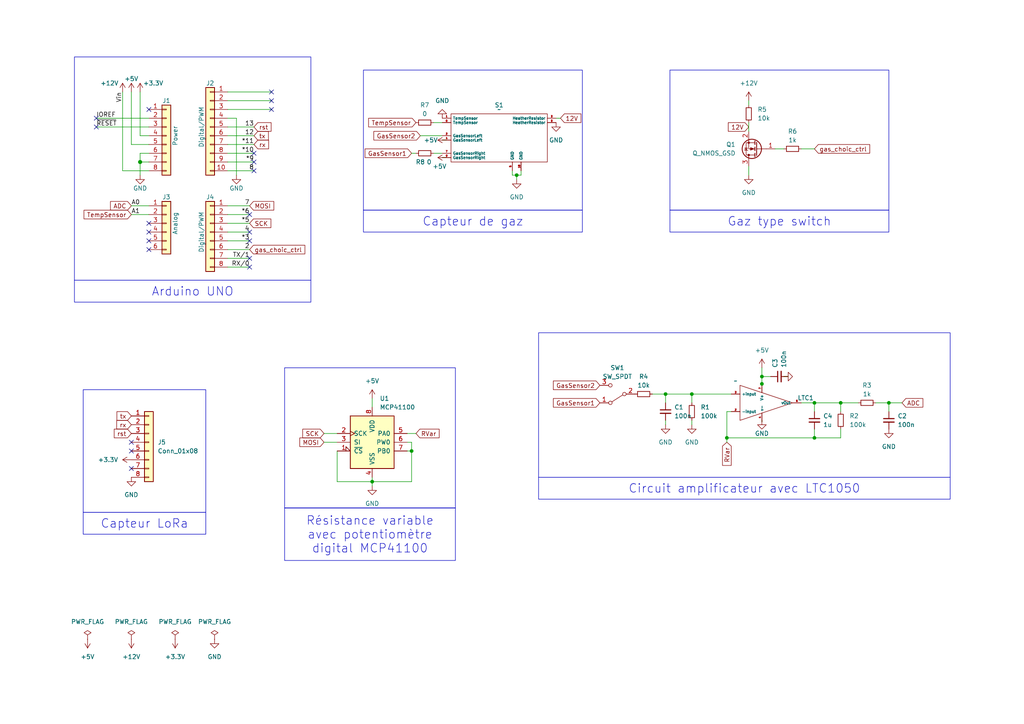
<source format=kicad_sch>
(kicad_sch (version 20230121) (generator eeschema)
  (paper "A4")
  (title_block (title "Kenza Bouzergan, Stig Griebenow, Lamiaa Housni Gas Sensor") (date "2024-01-25") (company "INSA Toulouse"))
  (lib_symbols
    (symbol "+5V_1" (power) (pin_names (offset 0))
      (property "Value" "+5V_1" (at 0 3.556 0))
      (symbol "+5V_1_0_1"
        (polyline (pts (xy -0.762 1.27) (xy 0 2.54)))
        (polyline (pts (xy 0 0) (xy 0 2.54)))
        (polyline (pts (xy 0 2.54) (xy 0.762 1.27)))
      )
      (symbol "+5V_1_1_1"
        (pin power_in line (at 0 0 90) (length 0) hide (name "+5V") (number "1"))
      )
    )
    (symbol "+5V_2" (power) (pin_names (offset 0))
      (property "Value" "+5V_2" (at 0 3.556 0))
      (symbol "+5V_2_0_1"
        (polyline (pts (xy -0.762 1.27) (xy 0 2.54)))
        (polyline (pts (xy 0 0) (xy 0 2.54)))
        (polyline (pts (xy 0 2.54) (xy 0.762 1.27)))
      )
      (symbol "+5V_2_1_1"
        (pin power_in line (at 0 0 90) (length 0) hide (name "+5V") (number "1"))
      )
    )
    (symbol "Connector_Generic:Conn_01x06" (pin_names (offset 1.016) hide)
      (property "Reference" "J" (at 0 7.62 0))
      (property "Value" "Conn_01x06" (at 0 -10.16 0))
      (symbol "Conn_01x06_1_1"
        (rectangle (start -1.27 -7.493) (end 0 -7.747) (stroke (width 0.1524)))
        (rectangle (start -1.27 -4.953) (end 0 -5.207) (stroke (width 0.1524)))
        (rectangle (start -1.27 -2.413) (end 0 -2.667) (stroke (width 0.1524)))
        (rectangle (start -1.27 0.127) (end 0 -0.127) (stroke (width 0.1524)))
        (rectangle (start -1.27 2.667) (end 0 2.413) (stroke (width 0.1524)))
        (rectangle (start -1.27 5.207) (end 0 4.953) (stroke (width 0.1524)))
        (rectangle (start -1.27 6.35) (end 1.27 -8.89) (stroke (width 0.254)) (fill (type background)))
        (pin passive line (at -5.08 5.08 0) (length 3.81) (name "Pin_1") (number "1"))
        (pin passive line (at -5.08 2.54 0) (length 3.81) (name "Pin_2") (number "2"))
        (pin passive line (at -5.08 0 0) (length 3.81) (name "Pin_3") (number "3"))
        (pin passive line (at -5.08 -2.54 0) (length 3.81) (name "Pin_4") (number "4"))
        (pin passive line (at -5.08 -5.08 0) (length 3.81) (name "Pin_5") (number "5"))
        (pin passive line (at -5.08 -7.62 0) (length 3.81) (name "Pin_6") (number "6"))
      )
    )
    (symbol "Connector_Generic:Conn_01x08" (pin_names (offset 1.016) hide)
      (property "Reference" "J" (at 0 10.16 0))
      (property "Value" "Conn_01x08" (at 0 -12.7 0))
      (symbol "Conn_01x08_1_1"
        (rectangle (start -1.27 -10.033) (end 0 -10.287) (stroke (width 0.1524)))
        (rectangle (start -1.27 -7.493) (end 0 -7.747) (stroke (width 0.1524)))
        (rectangle (start -1.27 -4.953) (end 0 -5.207) (stroke (width 0.1524)))
        (rectangle (start -1.27 -2.413) (end 0 -2.667) (stroke (width 0.1524)))
        (rectangle (start -1.27 0.127) (end 0 -0.127) (stroke (width 0.1524)))
        (rectangle (start -1.27 2.667) (end 0 2.413) (stroke (width 0.1524)))
        (rectangle (start -1.27 5.207) (end 0 4.953) (stroke (width 0.1524)))
        (rectangle (start -1.27 7.747) (end 0 7.493) (stroke (width 0.1524)))
        (rectangle (start -1.27 8.89) (end 1.27 -11.43) (stroke (width 0.254)) (fill (type background)))
        (pin passive line (at -5.08 7.62 0) (length 3.81) (name "Pin_1") (number "1"))
        (pin passive line (at -5.08 5.08 0) (length 3.81) (name "Pin_2") (number "2"))
        (pin passive line (at -5.08 2.54 0) (length 3.81) (name "Pin_3") (number "3"))
        (pin passive line (at -5.08 0 0) (length 3.81) (name "Pin_4") (number "4"))
        (pin passive line (at -5.08 -2.54 0) (length 3.81) (name "Pin_5") (number "5"))
        (pin passive line (at -5.08 -5.08 0) (length 3.81) (name "Pin_6") (number "6"))
        (pin passive line (at -5.08 -7.62 0) (length 3.81) (name "Pin_7") (number "7"))
        (pin passive line (at -5.08 -10.16 0) (length 3.81) (name "Pin_8") (number "8"))
      )
    )
    (symbol "Connector_Generic:Conn_01x10" (pin_names (offset 1.016) hide)
      (property "Reference" "J" (at 0 12.7 0))
      (property "Value" "Conn_01x10" (at 0 -15.24 0))
      (symbol "Conn_01x10_1_1"
        (rectangle (start -1.27 -12.573) (end 0 -12.827) (stroke (width 0.1524)))
        (rectangle (start -1.27 -10.033) (end 0 -10.287) (stroke (width 0.1524)))
        (rectangle (start -1.27 -7.493) (end 0 -7.747) (stroke (width 0.1524)))
        (rectangle (start -1.27 -4.953) (end 0 -5.207) (stroke (width 0.1524)))
        (rectangle (start -1.27 -2.413) (end 0 -2.667) (stroke (width 0.1524)))
        (rectangle (start -1.27 0.127) (end 0 -0.127) (stroke (width 0.1524)))
        (rectangle (start -1.27 2.667) (end 0 2.413) (stroke (width 0.1524)))
        (rectangle (start -1.27 5.207) (end 0 4.953) (stroke (width 0.1524)))
        (rectangle (start -1.27 7.747) (end 0 7.493) (stroke (width 0.1524)))
        (rectangle (start -1.27 10.287) (end 0 10.033) (stroke (width 0.1524)))
        (rectangle (start -1.27 11.43) (end 1.27 -13.97) (stroke (width 0.254)) (fill (type background)))
        (pin passive line (at -5.08 10.16 0) (length 3.81) (name "Pin_1") (number "1"))
        (pin passive line (at -5.08 -12.7 0) (length 3.81) (name "Pin_10") (number "10"))
        (pin passive line (at -5.08 7.62 0) (length 3.81) (name "Pin_2") (number "2"))
        (pin passive line (at -5.08 5.08 0) (length 3.81) (name "Pin_3") (number "3"))
        (pin passive line (at -5.08 2.54 0) (length 3.81) (name "Pin_4") (number "4"))
        (pin passive line (at -5.08 0 0) (length 3.81) (name "Pin_5") (number "5"))
        (pin passive line (at -5.08 -2.54 0) (length 3.81) (name "Pin_6") (number "6"))
        (pin passive line (at -5.08 -5.08 0) (length 3.81) (name "Pin_7") (number "7"))
        (pin passive line (at -5.08 -7.62 0) (length 3.81) (name "Pin_8") (number "8"))
        (pin passive line (at -5.08 -10.16 0) (length 3.81) (name "Pin_9") (number "9"))
      )
    )
    (symbol "Device:C_Small" (pin_numbers hide) (pin_names (offset 0.254) hide)
      (property "Reference" "C" (at 0.254 1.778 0))
      (property "Value" "C_Small" (at 0.254 -2.032 0))
      (symbol "C_Small_0_1"
        (polyline (pts (xy -1.524 -0.508) (xy 1.524 -0.508)) (stroke (width 0.3302)))
        (polyline (pts (xy -1.524 0.508) (xy 1.524 0.508)) (stroke (width 0.3048)))
      )
      (symbol "C_Small_1_1"
        (pin passive line (at 0 2.54 270) (length 2.032) (name "~") (number "1"))
        (pin passive line (at 0 -2.54 90) (length 2.032) (name "~") (number "2"))
      )
    )
    (symbol "Device:Q_NMOS_GSD" (pin_names (offset 0) hide)
      (property "Reference" "Q" (at 5.08 1.27 0))
      (property "Value" "Q_NMOS_GSD" (at 5.08 -1.27 0))
      (symbol "Q_NMOS_GSD_0_1"
        (polyline (pts (xy 0.254 0) (xy -2.54 0)))
        (polyline (pts (xy 0.254 1.905) (xy 0.254 -1.905)) (stroke (width 0.254)))
        (polyline (pts (xy 0.762 -1.27) (xy 0.762 -2.286)) (stroke (width 0.254)))
        (polyline (pts (xy 0.762 0.508) (xy 0.762 -0.508)) (stroke (width 0.254)))
        (polyline (pts (xy 0.762 2.286) (xy 0.762 1.27)) (stroke (width 0.254)))
        (polyline (pts (xy 2.54 2.54) (xy 2.54 1.778)))
        (polyline (pts (xy 2.54 -2.54) (xy 2.54 0) (xy 0.762 0)))
        (polyline (pts (xy 0.762 -1.778) (xy 3.302 -1.778) (xy 3.302 1.778) (xy 0.762 1.778)))
        (polyline (pts (xy 1.016 0) (xy 2.032 0.381) (xy 2.032 -0.381) (xy 1.016 0)) (fill (type outline)))
        (polyline (pts (xy 2.794 0.508) (xy 2.921 0.381) (xy 3.683 0.381) (xy 3.81 0.254)))
        (polyline (pts (xy 3.302 0.381) (xy 2.921 -0.254) (xy 3.683 -0.254) (xy 3.302 0.381)))
        (circle (center 1.651 0) (radius 2.794) (stroke (width 0.254)))
        (circle (center 2.54 -1.778) (radius 0.254) (fill (type outline)))
        (circle (center 2.54 1.778) (radius 0.254) (fill (type outline)))
      )
      (symbol "Q_NMOS_GSD_1_1"
        (pin input line (at -5.08 0 0) (length 2.54) (name "G") (number "1"))
        (pin passive line (at 2.54 -5.08 90) (length 2.54) (name "S") (number "2"))
        (pin passive line (at 2.54 5.08 270) (length 2.54) (name "D") (number "3"))
      )
    )
    (symbol "Device:R_Small" (pin_numbers hide) (pin_names (offset 0.254) hide)
      (property "Reference" "R" (at 0.762 0.508 0))
      (property "Value" "R_Small" (at 0.762 -1.016 0))
      (symbol "R_Small_0_1"
        (rectangle (start -0.762 1.778) (end 0.762 -1.778) (stroke (width 0.2032)))
      )
      (symbol "R_Small_1_1"
        (pin passive line (at 0 2.54 270) (length 0.762) (name "~") (number "1"))
        (pin passive line (at 0 -2.54 90) (length 0.762) (name "~") (number "2"))
      )
    )
    (symbol "GND_1" (power) (pin_names (offset 0))
      (property "Value" "GND_1" (at 0 -3.81 0))
      (symbol "GND_1_0_1"
        (polyline (pts (xy 0 0) (xy 0 -1.27) (xy 1.27 -1.27) (xy 0 -2.54) (xy -1.27 -1.27) (xy 0 -1.27)))
      )
      (symbol "GND_1_1_1"
        (pin power_in line (at 0 0 270) (length 0) hide (name "GND") (number "1"))
      )
    )
    (symbol "GND_10" (power) (pin_names (offset 0))
      (property "Value" "GND_10" (at 0 -3.81 0))
      (symbol "GND_10_0_1"
        (polyline (pts (xy 0 0) (xy 0 -1.27) (xy 1.27 -1.27) (xy 0 -2.54) (xy -1.27 -1.27) (xy 0 -1.27)))
      )
      (symbol "GND_10_1_1"
        (pin power_in line (at 0 0 270) (length 0) hide (name "GND") (number "1"))
      )
    )
    (symbol "GND_2" (power) (pin_names (offset 0))
      (property "Value" "GND_2" (at 0 -3.81 0))
      (symbol "GND_2_0_1"
        (polyline (pts (xy 0 0) (xy 0 -1.27) (xy 1.27 -1.27) (xy 0 -2.54) (xy -1.27 -1.27) (xy 0 -1.27)))
      )
      (symbol "GND_2_1_1"
        (pin power_in line (at 0 0 270) (length 0) hide (name "GND") (number "1"))
      )
    )
    (symbol "GND_3" (power) (pin_names (offset 0))
      (property "Value" "GND_3" (at 0 -3.81 0))
      (symbol "GND_3_0_1"
        (polyline (pts (xy 0 0) (xy 0 -1.27) (xy 1.27 -1.27) (xy 0 -2.54) (xy -1.27 -1.27) (xy 0 -1.27)))
      )
      (symbol "GND_3_1_1"
        (pin power_in line (at 0 0 270) (length 0) hide (name "GND") (number "1"))
      )
    )
    (symbol "GND_4" (power) (pin_names (offset 0))
      (property "Value" "GND_4" (at 0 -3.81 0))
      (symbol "GND_4_0_1"
        (polyline (pts (xy 0 0) (xy 0 -1.27) (xy 1.27 -1.27) (xy 0 -2.54) (xy -1.27 -1.27) (xy 0 -1.27)))
      )
      (symbol "GND_4_1_1"
        (pin power_in line (at 0 0 270) (length 0) hide (name "GND") (number "1"))
      )
    )
    (symbol "GND_5" (power) (pin_names (offset 0))
      (property "Value" "GND_5" (at 0 -3.81 0))
      (symbol "GND_5_0_1"
        (polyline (pts (xy 0 0) (xy 0 -1.27) (xy 1.27 -1.27) (xy 0 -2.54) (xy -1.27 -1.27) (xy 0 -1.27)))
      )
      (symbol "GND_5_1_1"
        (pin power_in line (at 0 0 270) (length 0) hide (name "GND") (number "1"))
      )
    )
    (symbol "GND_6" (power) (pin_names (offset 0))
      (property "Value" "GND_6" (at 0 -3.81 0))
      (symbol "GND_6_0_1"
        (polyline (pts (xy 0 0) (xy 0 -1.27) (xy 1.27 -1.27) (xy 0 -2.54) (xy -1.27 -1.27) (xy 0 -1.27)))
      )
      (symbol "GND_6_1_1"
        (pin power_in line (at 0 0 270) (length 0) hide (name "GND") (number "1"))
      )
    )
    (symbol "GND_7" (power) (pin_names (offset 0))
      (property "Value" "GND_7" (at 0 -3.81 0))
      (symbol "GND_7_0_1"
        (polyline (pts (xy 0 0) (xy 0 -1.27) (xy 1.27 -1.27) (xy 0 -2.54) (xy -1.27 -1.27) (xy 0 -1.27)))
      )
      (symbol "GND_7_1_1"
        (pin power_in line (at 0 0 270) (length 0) hide (name "GND") (number "1"))
      )
    )
    (symbol "GND_8" (power) (pin_names (offset 0))
      (property "Value" "GND_8" (at 0 -3.81 0))
      (symbol "GND_8_0_1"
        (polyline (pts (xy 0 0) (xy 0 -1.27) (xy 1.27 -1.27) (xy 0 -2.54) (xy -1.27 -1.27) (xy 0 -1.27)))
      )
      (symbol "GND_8_1_1"
        (pin power_in line (at 0 0 270) (length 0) hide (name "GND") (number "1"))
      )
    )
    (symbol "GND_9" (power) (pin_names (offset 0))
      (property "Value" "GND_9" (at 0 -3.81 0))
      (symbol "GND_9_0_1"
        (polyline (pts (xy 0 0) (xy 0 -1.27) (xy 1.27 -1.27) (xy 0 -2.54) (xy -1.27 -1.27) (xy 0 -1.27)))
      )
      (symbol "GND_9_1_1"
        (pin power_in line (at 0 0 270) (length 0) hide (name "GND") (number "1"))
      )
    )
    (symbol "LTC1050_1"
      (property "Reference" "LTC1050" (at -1.27 0 0))
      (symbol "LTC1050_1_0_1"
        (polyline (pts (xy 1.27 -1.27) (xy 1.27 -11.43) (xy 16.51 -6.35) (xy 1.27 -1.27)))
      )
      (symbol "LTC1050_1_1_1"
        (pin input line (at -1.27 -8.89 0) (length 2.54) (name "-input") (number "2"))
        (pin input line (at -1.27 -3.81 0) (length 2.54) (name "+input") (number "3"))
        (pin input line (at 7.62 -11.85 90) (length 2.54) (name "v-") (number "4"))
        (pin output line (at 19.05 -6.35 180) (length 2.54) (name "vOut") (number "6"))
        (pin input line (at 7.62 -0.85 270) (length 2.54) (name "V+") (number "7"))
      )
    )
    (symbol "Potentiometer_Digital:MCP41100" (pin_names (offset 1.016))
      (property "Reference" "U" (at -6.35 8.89 0))
      (property "Value" "MCP41100" (at 1.27 8.89 0))
      (symbol "MCP41100_0_1"
        (rectangle (start -6.35 7.62) (end 6.35 -7.62) (stroke (width 0.254)) (fill (type background)))
      )
      (symbol "MCP41100_1_1"
        (pin input input_low (at -10.16 -2.54 0) (length 3.81) (name "~{CS}") (number "1"))
        (pin passive clock (at -10.16 2.54 0) (length 3.81) (name "SCK") (number "2"))
        (pin input line (at -10.16 0 0) (length 3.81) (name "SI") (number "3"))
        (pin power_in line (at 0 -10.16 90) (length 2.54) (name "VSS") (number "4"))
        (pin passive line (at 10.16 2.54 180) (length 3.81) (name "PA0") (number "5"))
        (pin passive line (at 10.16 0 180) (length 3.81) (name "PW0") (number "6"))
        (pin passive line (at 10.16 -2.54 180) (length 3.81) (name "PB0") (number "7"))
        (pin power_in line (at 0 10.16 270) (length 2.54) (name "VDD") (number "8"))
      )
    )
    (symbol "Switch:SW_SPDT" (pin_names (offset 0) hide)
      (property "Reference" "SW" (at 0 4.318 0))
      (property "Value" "SW_SPDT" (at 0 -5.08 0))
      (symbol "SW_SPDT_0_0"
        (circle (center -2.032 0) (radius 0.508))
        (circle (center 2.032 -2.54) (radius 0.508))
      )
      (symbol "SW_SPDT_0_1"
        (polyline (pts (xy -1.524 0.254) (xy 1.651 2.286)))
        (circle (center 2.032 2.54) (radius 0.508))
      )
      (symbol "SW_SPDT_1_1"
        (pin passive line (at 5.08 2.54 180) (length 2.54) (name "A") (number "1"))
        (pin passive line (at -5.08 0 0) (length 2.54) (name "B") (number "2"))
        (pin passive line (at 5.08 -2.54 180) (length 2.54) (name "C") (number "3"))
      )
    )
    (symbol "my_library:sensor_AIME"
      (property "Reference" "S" (at 0 2.54 0))
      (symbol "sensor_AIME_0_1"
        (polyline (pts (xy 0 -1.27) (xy -13.97 -1.27) (xy -13.97 -15.24) (xy 13.97 -15.24) (xy 13.97 -1.27) (xy 0 -1.27)))
      )
      (symbol "sensor_AIME_1_1"
        (pin passive line (at -16.51 -2.54 0) (length 2.54) (name "TempSensor") (number "1"))
        (pin power_in line (at 6.35 -17.78 90) (length 2.54) (name "GND") (number "10"))
        (pin passive line (at -16.51 -7.62 0) (length 2.54) (name "GasSensorLeft") (number "2"))
        (pin passive line (at 16.51 -2.54 180) (length 2.54) (name "HeatherResistor") (number "3"))
        (pin passive line (at -16.51 -8.89 0) (length 2.54) (name "GasSensorLeft") (number "4"))
        (pin power_in line (at 3.81 -17.78 90) (length 2.54) (name "GND") (number "5"))
        (pin passive line (at -16.51 -3.81 0) (length 2.54) (name "TempSensor") (number "6"))
        (pin passive line (at -16.51 -12.7 0) (length 2.54) (name "GasSensorRight") (number "7"))
        (pin passive line (at 16.51 -3.81 180) (length 2.54) (name "HeatherResistor") (number "8"))
        (pin passive line (at -16.51 -13.97 0) (length 2.54) (name "GasSensorRight") (number "9"))
      )
    )
    (symbol "power:+12V" (power) (pin_names (offset 0))
      (property "Value" "+12V" (at 0 3.556 0))
      (symbol "+12V_0_1"
        (polyline (pts (xy -0.762 1.27) (xy 0 2.54)))
        (polyline (pts (xy 0 0) (xy 0 2.54)))
        (polyline (pts (xy 0 2.54) (xy 0.762 1.27)))
      )
      (symbol "+12V_1_1"
        (pin power_in line (at 0 0 90) (length 0) hide (name "+12V") (number "1"))
      )
    )
    (symbol "power:+3.3V" (power) (pin_names (offset 0))
      (property "Value" "+3.3V" (at 0 3.556 0))
      (symbol "+3.3V_0_1"
        (polyline (pts (xy -0.762 1.27) (xy 0 2.54)))
        (polyline (pts (xy 0 0) (xy 0 2.54)))
        (polyline (pts (xy 0 2.54) (xy 0.762 1.27)))
      )
      (symbol "+3.3V_1_1"
        (pin power_in line (at 0 0 90) (length 0) hide (name "+3.3V") (number "1"))
      )
    )
    (symbol "power:GND" (power) (pin_names (offset 0))
      (property "Value" "GND" (at 0 -3.81 0))
      (symbol "GND_0_1"
        (polyline (pts (xy 0 0) (xy 0 -1.27) (xy 1.27 -1.27) (xy 0 -2.54) (xy -1.27 -1.27) (xy 0 -1.27)))
      )
      (symbol "GND_1_1"
        (pin power_in line (at 0 0 270) (length 0) hide (name "GND") (number "1"))
      )
    )
    (symbol "power:PWR_FLAG" (power) (pin_numbers hide) (pin_names (offset 0) hide)
      (property "Value" "PWR_FLAG" (at 0 3.81 0))
      (symbol "PWR_FLAG_0_0"
        (pin power_out line (at 0 0 90) (length 0) (name "pwr") (number "1"))
      )
      (symbol "PWR_FLAG_0_1"
        (polyline (pts (xy 0 0) (xy 0 1.27) (xy -1.016 1.905) (xy 0 2.54) (xy 1.016 1.905) (xy 0 1.27)))
      )
    )
  )
  (junction (at 200.66 114.3))
  (junction (at 236.22 116.84))
  (junction (at 257.81 116.84))
  (junction (at 243.84 116.84))
  (junction (at 40.64 46.99) (diameter 1.016))
  (junction (at 107.95 139.7))
  (junction (at 220.98 111.34))
  (junction (at 119.38 130.81))
  (junction (at 149.86 50.8))
  (junction (at 236.22 127))
  (junction (at 193.04 114.3))
  (junction (at 220.98 109.22))
  (junction (at 210.82 127))
  (no_connect (at 43.18 64.77))
  (no_connect (at 43.18 72.39))
  (no_connect (at 43.18 67.31))
  (no_connect (at 73.66 46.99))
  (no_connect (at 27.94 36.83))
  (no_connect (at 78.74 29.21))
  (no_connect (at 78.74 31.75))
  (no_connect (at 72.39 69.85))
  (no_connect (at 38.1 128.27))
  (no_connect (at 38.1 135.89))
  (no_connect (at 73.66 49.53))
  (no_connect (at 72.39 74.93))
  (no_connect (at 72.39 62.23))
  (no_connect (at 72.39 77.47))
  (no_connect (at 38.1 130.81))
  (no_connect (at 43.18 69.85))
  (no_connect (at 27.94 34.29))
  (no_connect (at 73.66 44.45))
  (no_connect (at 43.18 31.75))
  (no_connect (at 78.74 26.67))
  (no_connect (at 72.39 67.31))
  (wire (pts (xy 66.04 77.47) (xy 72.39 77.47)))
  (wire (pts (xy 118.11 128.27) (xy 119.38 128.27)))
  (wire (pts (xy 149.86 50.8) (xy 149.86 52.07)))
  (wire (pts (xy 193.04 121.92) (xy 193.04 123.19)))
  (wire (pts (xy 66.04 44.45) (xy 73.66 44.45)))
  (wire (pts (xy 220.98 111.34) (xy 220.98 111.76)))
  (wire (pts (xy 66.04 26.67) (xy 78.74 26.67)))
  (wire (pts (xy 125.73 44.45) (xy 128.27 44.45)))
  (wire (pts (xy 66.04 59.69) (xy 72.39 59.69)))
  (wire (pts (xy 40.64 44.45) (xy 40.64 46.99)))
  (wire (pts (xy 210.82 127) (xy 236.22 127)))
  (wire (pts (xy 97.79 130.81) (xy 97.79 139.7)))
  (wire (pts (xy 129.54 45.72) (xy 128.27 45.72)))
  (wire (pts (xy 254 116.84) (xy 257.81 116.84)))
  (wire (pts (xy 243.84 116.84) (xy 248.92 116.84)))
  (wire (pts (xy 118.11 125.73) (xy 120.65 125.73)))
  (wire (pts (xy 121.92 39.37) (xy 128.27 39.37)))
  (wire (pts (xy 120.65 44.45) (xy 119.38 44.45)))
  (wire (pts (xy 66.04 64.77) (xy 72.39 64.77)))
  (wire (pts (xy 40.64 46.99) (xy 40.64 50.8)))
  (wire (pts (xy 236.22 124.46) (xy 236.22 127)))
  (wire (pts (xy 40.64 39.37) (xy 43.18 39.37)))
  (wire (pts (xy 220.98 106.68) (xy 220.98 109.22)))
  (wire (pts (xy 200.66 121.92) (xy 200.66 123.19)))
  (wire (pts (xy 38.1 41.91) (xy 43.18 41.91)))
  (wire (pts (xy 210.82 127) (xy 210.82 119.38)))
  (wire (pts (xy 38.1 26.67) (xy 38.1 41.91)))
  (wire (pts (xy 257.81 116.84) (xy 261.62 116.84)))
  (wire (pts (xy 66.04 36.83) (xy 73.66 36.83)))
  (wire (pts (xy 93.98 125.73) (xy 97.79 125.73)))
  (wire (pts (xy 40.64 26.67) (xy 40.64 39.37)))
  (wire (pts (xy 224.79 43.18) (xy 227.33 43.18)))
  (wire (pts (xy 43.18 59.69) (xy 38.1 59.69)))
  (wire (pts (xy 66.04 39.37) (xy 73.66 39.37)))
  (wire (pts (xy 66.04 62.23) (xy 72.39 62.23)))
  (wire (pts (xy 232.41 116.84) (xy 236.22 116.84)))
  (wire (pts (xy 193.04 114.3) (xy 200.66 114.3)))
  (wire (pts (xy 149.86 50.8) (xy 151.13 50.8)))
  (wire (pts (xy 107.95 138.43) (xy 107.95 139.7)))
  (wire (pts (xy 243.84 124.46) (xy 243.84 127)))
  (wire (pts (xy 66.04 46.99) (xy 73.66 46.99)))
  (wire (pts (xy 129.54 40.64) (xy 128.27 40.64)))
  (wire (pts (xy 107.95 139.7) (xy 107.95 140.97)))
  (wire (pts (xy 66.04 67.31) (xy 72.39 67.31)))
  (wire (pts (xy 93.98 128.27) (xy 97.79 128.27)))
  (wire (pts (xy 27.94 34.29) (xy 43.18 34.29)))
  (wire (pts (xy 227.33 109.22) (xy 228.6 109.22)))
  (wire (pts (xy 162.56 34.29) (xy 161.29 34.29)))
  (wire (pts (xy 68.58 34.29) (xy 68.58 50.8)))
  (wire (pts (xy 148.59 50.8) (xy 149.86 50.8)))
  (wire (pts (xy 119.38 128.27) (xy 119.38 130.81)))
  (wire (pts (xy 66.04 31.75) (xy 78.74 31.75)))
  (wire (pts (xy 27.94 36.83) (xy 43.18 36.83)))
  (wire (pts (xy 210.82 128.27) (xy 210.82 127)))
  (wire (pts (xy 119.38 139.7) (xy 107.95 139.7)))
  (wire (pts (xy 43.18 46.99) (xy 40.64 46.99)))
  (wire (pts (xy 243.84 116.84) (xy 243.84 119.38)))
  (wire (pts (xy 107.95 115.57) (xy 107.95 118.11)))
  (wire (pts (xy 220.98 109.22) (xy 220.98 111.34)))
  (wire (pts (xy 119.38 130.81) (xy 119.38 139.7)))
  (wire (pts (xy 43.18 49.53) (xy 35.56 49.53)))
  (wire (pts (xy 38.1 62.23) (xy 43.18 62.23)))
  (wire (pts (xy 236.22 127) (xy 243.84 127)))
  (wire (pts (xy 148.59 49.53) (xy 148.59 50.8)))
  (wire (pts (xy 232.41 43.18) (xy 236.22 43.18)))
  (wire (pts (xy 257.81 116.84) (xy 257.81 119.38)))
  (wire (pts (xy 193.04 114.3) (xy 193.04 116.84)))
  (wire (pts (xy 220.98 109.22) (xy 223.52 109.22)))
  (wire (pts (xy 66.04 34.29) (xy 68.58 34.29)))
  (wire (pts (xy 43.18 44.45) (xy 40.64 44.45)))
  (wire (pts (xy 220.98 122.34) (xy 220.98 121.92)))
  (wire (pts (xy 66.04 41.91) (xy 73.66 41.91)))
  (wire (pts (xy 151.13 49.53) (xy 151.13 50.8)))
  (wire (pts (xy 236.22 116.84) (xy 243.84 116.84)))
  (wire (pts (xy 119.38 130.81) (xy 118.11 130.81)))
  (wire (pts (xy 236.22 116.84) (xy 236.22 119.38)))
  (wire (pts (xy 212.09 114.3) (xy 200.66 114.3)))
  (wire (pts (xy 217.17 29.21) (xy 217.17 30.48)))
  (wire (pts (xy 66.04 29.21) (xy 78.74 29.21)))
  (wire (pts (xy 210.82 119.38) (xy 212.09 119.38)))
  (wire (pts (xy 66.04 72.39) (xy 72.39 72.39)))
  (wire (pts (xy 66.04 69.85) (xy 72.39 69.85)))
  (wire (pts (xy 217.17 48.26) (xy 217.17 50.8)))
  (wire (pts (xy 125.73 35.56) (xy 128.27 35.56)))
  (wire (pts (xy 217.17 35.56) (xy 217.17 38.1)))
  (wire (pts (xy 97.79 139.7) (xy 107.95 139.7)))
  (wire (pts (xy 200.66 114.3) (xy 200.66 116.84)))
  (wire (pts (xy 66.04 74.93) (xy 72.39 74.93)))
  (wire (pts (xy 35.56 49.53) (xy 35.56 26.67)))
  (wire (pts (xy 189.23 114.3) (xy 193.04 114.3)))
  (wire (pts (xy 66.04 49.53) (xy 73.66 49.53)))
  (rectangle (start 24.13 113.03) (end 59.69 148.59))
  (rectangle (start 21.59 16.51) (end 90.17 81.28))
  (rectangle (start 194.31 20.32) (end 257.81 60.96))
  (rectangle (start 156.21 96.52) (end 275.59 138.43))
  (rectangle (start 105.41 20.32) (end 168.91 60.96))
  (rectangle (start 82.55 106.68) (end 132.08 147.32))
  (text_box "Capteur de gaz\n" (at 105.41 60.96 0) (size 63.5 6.35) (effects (font (size 2.5 2.5))))
  (text_box "Circuit amplificateur avec LTC1050\n\n" (at 156.21 138.43 0) (size 119.38 6.35) (effects (font (size 2.5 2.5))))
  (text_box "Capteur LoRa\n\n" (at 24.13 148.59 0) (size 35.56 6.35) (effects (font (size 2.5 2.5))))
  (text_box "Résistance variable avec potentiomètre digital MCP41100\n\n" (at 82.55 147.32 0) (size 49.53 15.24) (effects (font (size 2.5 2.5))))
  (text_box "Arduino UNO" (at 21.59 81.28 0) (size 68.58 6.35) (effects (font (size 2.5 2.5))))
  (text_box "Gaz type switch\n" (at 194.31 60.96 0) (size 63.5 6.35) (effects (font (size 2.5 2.5))))
  (label "RX{slash}0" (at 72.39 77.47 180))
  (label "4" (at 72.39 67.31 180))
  (label "2" (at 72.39 72.39 180))
  (label "13" (at 73.66 36.83 180))
  (label "12" (at 73.66 39.37 180))
  (label "~{RESET}" (at 27.94 36.83 0))
  (label "*10" (at 73.66 44.45 180))
  (label "7" (at 72.39 59.69 180))
  (label "8" (at 73.66 49.53 180))
  (label "*11" (at 73.66 41.91 180))
  (label "*3" (at 72.39 69.85 180))
  (label "A1" (at 38.1 62.23 0))
  (label "TX{slash}1" (at 72.39 74.93 180))
  (label "A0" (at 38.1 59.69 0))
  (label "Vin" (at 35.56 26.67 270))
  (label "*6" (at 72.39 62.23 180))
  (label "*9" (at 73.66 46.99 180))
  (label "*5" (at 72.39 64.77 180))
  (label "IOREF" (at 27.94 34.29 0))
  (global_label "rx" (shape input) (at 38.1 123.19 180) (property "Intersheetrefs" "${INTERSHEET_REFS}" (effects hide)))
  (global_label "RVar" (shape input) (at 210.82 128.27 270) (property "Intersheetrefs" "${INTERSHEET_REFS}" (effects hide)))
  (global_label "12V" (shape input) (at 217.17 36.83 180) (property "Intersheetrefs" "${INTERSHEET_REFS}" (effects hide)))
  (global_label "12V" (shape input) (at 162.56 34.29 0) (property "Intersheetrefs" "${INTERSHEET_REFS}" (effects hide)))
  (global_label "TempSensor" (shape input) (at 38.1 62.23 180) (property "Intersheetrefs" "${INTERSHEET_REFS}" (effects hide)))
  (global_label "MOSI" (shape input) (at 72.39 59.69 0) (property "Intersheetrefs" "${INTERSHEET_REFS}" (effects hide)))
  (global_label "GasSensor1" (shape input) (at 119.38 44.45 180) (property "Intersheetrefs" "${INTERSHEET_REFS}" (effects hide)))
  (global_label "rst" (shape input) (at 73.66 36.83 0) (property "Intersheetrefs" "${INTERSHEET_REFS}" (effects hide)))
  (global_label "ADC" (shape input) (at 38.1 59.69 180) (property "Intersheetrefs" "${INTERSHEET_REFS}" (effects hide)))
  (global_label "tx" (shape input) (at 73.66 39.37 0) (property "Intersheetrefs" "${INTERSHEET_REFS}" (effects hide)))
  (global_label "rx" (shape input) (at 73.66 41.91 0) (property "Intersheetrefs" "${INTERSHEET_REFS}" (effects hide)))
  (global_label "tx" (shape input) (at 38.1 120.65 180) (property "Intersheetrefs" "${INTERSHEET_REFS}" (effects hide)))
  (global_label "SCK" (shape input) (at 72.39 64.77 0) (property "Intersheetrefs" "${INTERSHEET_REFS}" (effects hide)))
  (global_label "GasSensor2" (shape input) (at 173.99 111.76 180) (property "Intersheetrefs" "${INTERSHEET_REFS}" (effects hide)))
  (global_label "RVar" (shape input) (at 120.65 125.73 0) (property "Intersheetrefs" "${INTERSHEET_REFS}" (effects hide)))
  (global_label "rst" (shape input) (at 38.1 125.73 180) (property "Intersheetrefs" "${INTERSHEET_REFS}" (effects hide)))
  (global_label "ADC" (shape input) (at 261.62 116.84 0) (property "Intersheetrefs" "${INTERSHEET_REFS}" (effects hide)))
  (global_label "GasSensor1" (shape input) (at 173.99 116.84 180) (property "Intersheetrefs" "${INTERSHEET_REFS}" (effects hide)))
  (global_label "gas_choic_ctrl" (shape input) (at 72.39 72.39 0) (property "Intersheetrefs" "${INTERSHEET_REFS}" (effects hide)))
  (global_label "TempSensor" (shape input) (at 120.65 35.56 180) (property "Intersheetrefs" "${INTERSHEET_REFS}" (effects hide)))
  (global_label "MOSI" (shape input) (at 93.98 128.27 180) (property "Intersheetrefs" "${INTERSHEET_REFS}" (effects hide)))
  (global_label "gas_choic_ctrl" (shape input) (at 236.22 43.18 0) (property "Intersheetrefs" "${INTERSHEET_REFS}" (effects hide)))
  (global_label "GasSensor2" (shape input) (at 121.92 39.37 180) (property "Intersheetrefs" "${INTERSHEET_REFS}" (effects hide)))
  (global_label "SCK" (shape input) (at 93.98 125.73 180) (property "Intersheetrefs" "${INTERSHEET_REFS}" (effects hide)))
  (symbol (lib_id "Connector_Generic:Conn_01x08") (at 48.26 39.37 0) (unit 1)
    (property "Reference" "J1" (at 48.26 29.21 0))
    (property "Value" "Power" (at 50.8 39.37 90))
    (property "Footprint" "Connector_PinSocket_2.54mm:PinSocket_1x08_P2.54mm_Vertical" (effects hide))
  )
  (symbol (lib_id "power:GND") (at 40.64 50.8 0) (unit 1)
    (property "Reference" "#PWR04" (effects hide))
    (property "Value" "GND" (at 40.64 54.61 0))
  )
  (symbol (lib_id "Connector_Generic:Conn_01x10") (at 60.96 36.83 0) (mirror y) (unit 1)
    (property "Reference" "J2" (at 60.96 24.13 0))
    (property "Value" "Digital/PWM" (at 58.42 36.83 90))
    (property "Footprint" "Connector_PinSocket_2.54mm:PinSocket_1x10_P2.54mm_Vertical" (effects hide))
  )
  (symbol (lib_id "power:GND") (at 68.58 50.8 0) (unit 1)
    (property "Reference" "#PWR05" (effects hide))
    (property "Value" "GND" (at 68.58 54.61 0))
  )
  (symbol (lib_id "Connector_Generic:Conn_01x06") (at 48.26 64.77 0) (unit 1)
    (property "Reference" "J3" (at 48.26 57.15 0))
    (property "Value" "Analog" (at 50.8 64.77 90))
    (property "Footprint" "Connector_PinSocket_2.54mm:PinSocket_1x06_P2.54mm_Vertical" (effects hide))
  )
  (symbol (lib_id "Connector_Generic:Conn_01x08") (at 60.96 67.31 0) (mirror y) (unit 1)
    (property "Reference" "J4" (at 60.96 57.15 0))
    (property "Value" "Digital/PWM" (at 58.42 67.31 90))
    (property "Footprint" "Connector_PinSocket_2.54mm:PinSocket_1x08_P2.54mm_Vertical" (effects hide))
  )
  (symbol (lib_name "GND_4") (lib_id "power:GND") (at 200.66 123.19 0) (unit 1)
    (property "Reference" "#PWR010" (effects hide))
    (property "Value" "GND" (at 200.66 128.27 0))
  )
  (symbol (lib_name "GND_2") (lib_id "power:GND") (at 257.81 124.46 0) (unit 1)
    (property "Reference" "#PWR08" (effects hide))
    (property "Value" "GND" (at 257.81 129.54 0))
  )
  (symbol (lib_id "Device:R_Small") (at 243.84 121.92 180) (unit 1)
    (property "Reference" "R2" (at 246.38 120.65 0) (effects (justify right)))
    (property "Value" "100k" (at 246.38 123.19 0) (effects (justify right)))
    (property "Footprint" "Resistor_THT:R_Axial_DIN0204_L3.6mm_D1.6mm_P5.08mm_Horizontal" (effects hide))
  )
  (symbol (lib_id "Device:C_Small") (at 193.04 119.38 0) (unit 1)
    (property "Reference" "C1" (at 195.58 118.1163 0) (effects (justify left)))
    (property "Value" "100n" (at 195.58 120.6563 0) (effects (justify left)))
    (property "Footprint" "Capacitor_THT:C_Disc_D3.0mm_W1.6mm_P2.50mm" (effects hide))
  )
  (symbol (lib_name "GND_6") (lib_id "power:GND") (at 149.86 52.07 0) (unit 1)
    (property "Reference" "#PWR013" (effects hide))
    (property "Value" "GND" (at 149.86 57.15 0))
  )
  (symbol (lib_id "Device:R_Small") (at 217.17 33.02 0) (unit 1)
    (property "Reference" "R5" (at 219.71 31.75 0) (effects (justify left)))
    (property "Value" "10k" (at 219.71 34.29 0) (effects (justify left)))
    (property "Footprint" "Resistor_THT:R_Axial_DIN0204_L3.6mm_D1.6mm_P5.08mm_Horizontal" (effects hide))
  )
  (symbol (lib_name "GND_5") (lib_id "power:GND") (at 128.27 34.29 180) (unit 1)
    (property "Reference" "#PWR012" (effects hide))
    (property "Value" "GND" (at 128.27 29.21 0))
  )
  (symbol (lib_id "Device:R_Small") (at 251.46 116.84 90) (unit 1)
    (property "Reference" "R3" (at 251.46 111.76 90))
    (property "Value" "1k" (at 251.46 114.3 90))
    (property "Footprint" "Resistor_THT:R_Axial_DIN0204_L3.6mm_D1.6mm_P5.08mm_Horizontal" (effects hide))
  )
  (symbol (lib_name "+5V_1") (lib_id "power:+5V") (at 25.4 185.42 180) (unit 1)
    (property "Reference" "#PWR023" (effects hide))
    (property "Value" "+5V" (at 25.4 190.5 0))
  )
  (symbol (lib_name "GND_4") (lib_id "power:GND") (at 193.04 123.19 0) (unit 1)
    (property "Reference" "#PWR011" (effects hide))
    (property "Value" "GND" (at 193.04 128.27 0))
  )
  (symbol (lib_id "Connector_Generic:Conn_01x08") (at 43.18 128.27 0) (unit 1)
    (property "Reference" "J5" (at 45.72 128.27 0) (effects (justify left)))
    (property "Value" "Conn_01x08" (at 45.72 130.81 0) (effects (justify left)))
    (property "Footprint" "Connector_PinSocket_2.54mm:PinSocket_1x08_P2.54mm_Vertical" (effects hide))
  )
  (symbol (lib_id "Device:R_Small") (at 186.69 114.3 270) (unit 1)
    (property "Reference" "R4" (at 186.69 109.22 90))
    (property "Value" "10k" (at 186.69 111.76 90))
    (property "Footprint" "Resistor_THT:R_Axial_DIN0204_L3.6mm_D1.6mm_P5.08mm_Horizontal" (effects hide))
  )
  (symbol (lib_id "Device:C_Small") (at 257.81 121.92 0) (unit 1)
    (property "Reference" "C2" (at 260.35 120.6563 0) (effects (justify left)))
    (property "Value" "100n" (at 260.35 123.1963 0) (effects (justify left)))
    (property "Footprint" "Capacitor_THT:C_Disc_D3.0mm_W1.6mm_P2.50mm" (effects hide))
  )
  (symbol (lib_name "GND_1") (lib_id "power:GND") (at 227.33 109.22 90) (unit 1)
    (property "Reference" "#PWR07" (effects hide))
    (property "Value" "GND" (effects hide))
  )
  (symbol (lib_name "+5V_1") (lib_id "power:+5V") (at 107.95 115.57 0) (unit 1)
    (property "Reference" "#PWR020" (effects hide))
    (property "Value" "+5V" (at 107.95 110.49 0))
  )
  (symbol (lib_id "power:PWR_FLAG") (at 62.23 185.42 0) (unit 1)
    (property "Reference" "#FLG04" (effects hide))
    (property "Value" "PWR_FLAG" (at 62.23 180.34 0))
  )
  (symbol (lib_name "GND_8") (lib_id "power:GND") (at 217.17 50.8 0) (unit 1)
    (property "Reference" "#PWR016" (effects hide))
    (property "Value" "GND" (at 217.17 55.88 0))
  )
  (symbol (lib_id "Device:R_Small") (at 200.66 119.38 180) (unit 1)
    (property "Reference" "R1" (at 203.2 118.11 0) (effects (justify right)))
    (property "Value" "100k" (at 203.2 120.65 0) (effects (justify right)))
    (property "Footprint" "Resistor_THT:R_Axial_DIN0204_L3.6mm_D1.6mm_P5.08mm_Horizontal" (effects hide))
  )
  (symbol (lib_name "GND_10") (lib_id "power:GND") (at 107.95 140.97 0) (unit 1)
    (property "Reference" "#PWR021" (effects hide))
    (property "Value" "GND" (at 107.95 146.05 0))
  )
  (symbol (lib_name "GND_6") (lib_id "power:GND") (at 62.23 185.42 0) (unit 1)
    (property "Reference" "#PWR026" (effects hide))
    (property "Value" "GND" (at 62.23 190.5 0))
  )
  (symbol (lib_name "LTC1050_1") (lib_id "my_library:LTC1050") (at 213.36 110.49 0) (unit 1)
    (property "Reference" "LTC1" (at 233.68 115.4089 0))
    (property "Value" "~" (at 213.36 110.49 0))
    (property "Footprint" "Package_DIP:DIP-8_W7.62mm_LongPads" (effects hide))
  )
  (symbol (lib_id "power:+3.3V") (at 50.8 185.42 180) (unit 1)
    (property "Reference" "#PWR025" (effects hide))
    (property "Value" "+3.3V" (at 50.8 190.5 0))
  )
  (symbol (lib_name "+5V_2") (lib_id "power:+5V") (at 129.54 40.64 90) (unit 1)
    (property "Reference" "#PWR01" (effects hide))
    (property "Value" "+5V" (at 127 40.64 90) (effects (justify left)))
  )
  (symbol (lib_id "power:+12V") (at 35.56 26.67 0) (unit 1)
    (property "Reference" "#PWR022" (effects hide))
    (property "Value" "+12V" (at 31.75 24.13 0))
  )
  (symbol (lib_id "Potentiometer_Digital:MCP41100") (at 107.95 128.27 0) (unit 1)
    (property "Reference" "U1" (at 110.1441 115.57 0) (effects (justify left)))
    (property "Value" "MCP41100" (at 110.1441 118.11 0) (effects (justify left)))
    (property "Footprint" "Package_DIP:DIP-8_W7.62mm" (effects hide))
    (property "Datasheet" "http://ww1.microchip.com/downloads/en/DeviceDoc/11195c.pdf" (effects hide))
  )
  (symbol (lib_id "power:PWR_FLAG") (at 50.8 185.42 0) (unit 1)
    (property "Reference" "#FLG03" (effects hide))
    (property "Value" "PWR_FLAG" (at 50.8 180.34 0))
  )
  (symbol (lib_id "power:+12V") (at 217.17 29.21 0) (unit 1)
    (property "Reference" "#PWR017" (effects hide))
    (property "Value" "+12V" (at 217.17 24.13 0))
  )
  (symbol (lib_id "Switch:SW_SPDT") (at 179.07 114.3 180) (unit 1)
    (property "Reference" "SW1" (at 179.07 106.68 0))
    (property "Value" "SW_SPDT" (at 179.07 109.22 0))
    (property "Footprint" "Button_Switch_THT:SW_Push_2P2T_Toggle_CK_PVA2xxH2xxxxxxV2" (effects hide))
  )
  (symbol (lib_id "Device:C_Small") (at 226.06 109.22 90) (unit 1)
    (property "Reference" "C3" (at 224.7963 106.68 0) (effects (justify left)))
    (property "Value" "100n" (at 227.3363 106.68 0) (effects (justify left)))
    (property "Footprint" "Capacitor_THT:C_Disc_D3.0mm_W1.6mm_P2.50mm" (effects hide))
  )
  (symbol (lib_name "GND_3") (lib_id "power:GND") (at 220.98 121.92 0) (unit 1)
    (property "Reference" "#PWR09" (effects hide))
    (property "Value" "GND" (at 220.98 125.73 0))
  )
  (symbol (lib_name "+5V_1") (lib_id "power:+5V") (at 38.1 26.67 0) (unit 1)
    (property "Reference" "#PWR02" (effects hide))
    (property "Value" "+5V" (at 38.1 22.86 0))
  )
  (symbol (lib_id "Device:R_Small") (at 123.19 44.45 90) (unit 1)
    (property "Reference" "R8" (at 121.92 46.99 90))
    (property "Value" "0" (at 124.46 46.99 90))
    (property "Footprint" "Resistor_THT:R_Axial_DIN0204_L3.6mm_D1.6mm_P5.08mm_Horizontal" (effects hide))
  )
  (symbol (lib_id "power:PWR_FLAG") (at 25.4 185.42 0) (unit 1)
    (property "Reference" "#FLG01" (effects hide))
    (property "Value" "PWR_FLAG" (at 25.4 180.34 0))
  )
  (symbol (lib_id "Device:C_Small") (at 236.22 121.92 0) (unit 1)
    (property "Reference" "C4" (at 238.76 120.6563 0) (effects (justify left)))
    (property "Value" "1u" (at 238.76 123.1963 0) (effects (justify left)))
    (property "Footprint" "Capacitor_THT:C_Disc_D3.0mm_W1.6mm_P2.50mm" (effects hide))
  )
  (symbol (lib_id "power:PWR_FLAG") (at 38.1 185.42 0) (unit 1)
    (property "Reference" "#FLG02" (effects hide))
    (property "Value" "PWR_FLAG" (at 38.1 180.34 0))
  )
  (symbol (lib_name "GND_7") (lib_id "power:GND") (at 161.29 35.56 0) (unit 1)
    (property "Reference" "#PWR014" (effects hide))
    (property "Value" "GND" (at 161.29 40.64 0))
  )
  (symbol (lib_id "Device:Q_NMOS_GSD") (at 219.71 43.18 180) (unit 1)
    (property "Reference" "Q1" (at 213.36 41.91 0) (effects (justify left)))
    (property "Value" "Q_NMOS_GSD" (at 213.36 44.45 0) (effects (justify left)))
    (property "Footprint" "Package_TO_SOT_THT:TO-220-3_Vertical" (effects hide))
  )
  (symbol (lib_id "Device:R_Small") (at 123.19 35.56 90) (unit 1)
    (property "Reference" "R7" (at 123.19 30.48 90))
    (property "Value" "0" (at 123.19 33.02 90))
    (property "Footprint" "Resistor_THT:R_Axial_DIN0204_L3.6mm_D1.6mm_P5.08mm_Horizontal" (effects hide))
  )
  (symbol (lib_name "GND_9") (lib_id "power:GND") (at 38.1 138.43 0) (unit 1)
    (property "Reference" "#PWR018" (effects hide))
    (property "Value" "GND" (at 38.1 143.51 0))
  )
  (symbol (lib_id "power:+3.3V") (at 40.64 26.67 0) (unit 1)
    (property "Reference" "#PWR03" (effects hide))
    (property "Value" "+3.3V" (at 44.45 24.13 0))
  )
  (symbol (lib_id "Device:R_Small") (at 229.87 43.18 270) (unit 1)
    (property "Reference" "R6" (at 229.87 38.1 90))
    (property "Value" "1k" (at 229.87 40.64 90))
    (property "Footprint" "Resistor_THT:R_Axial_DIN0204_L3.6mm_D1.6mm_P5.08mm_Horizontal" (effects hide))
  )
  (symbol (lib_name "+5V_1") (lib_id "power:+5V") (at 220.98 106.68 0) (unit 1)
    (property "Reference" "#PWR06" (effects hide))
    (property "Value" "+5V" (at 220.98 101.6 0))
  )
  (symbol (lib_name "+5V_2") (lib_id "power:+5V") (at 129.54 45.72 90) (unit 1)
    (property "Reference" "#PWR015" (effects hide))
    (property "Value" "+5V" (at 129.54 48.26 90) (effects (justify left)))
  )
  (symbol (lib_id "power:+3.3V") (at 38.1 133.35 90) (unit 1)
    (property "Reference" "#PWR019" (effects hide))
    (property "Value" "+3.3V" (at 34.29 133.35 90) (effects (justify left)))
  )
  (symbol (lib_id "power:+12V") (at 38.1 185.42 180) (unit 1)
    (property "Reference" "#PWR024" (effects hide))
    (property "Value" "+12V" (at 38.1 190.5 0))
  )
  (symbol (lib_id "my_library:sensor_AIME") (at 144.78 31.75 0) (unit 1)
    (property "Reference" "S1" (at 144.78 30.48 0))
    (property "Value" "~" (at 144.78 31.75 0))
    (property "Footprint" "Package_TO_SOT_THT:TO-5-10_Window" (effects hide))
  )
)
</source>
